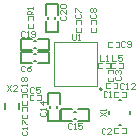
<source format=gto>
G04*
G04 #@! TF.GenerationSoftware,Altium Limited,Altium Designer,19.0.10 (269)*
G04*
G04 Layer_Color=65535*
%FSLAX24Y24*%
%MOIN*%
G70*
G01*
G75*
%ADD10C,0.0079*%
%ADD11C,0.0049*%
%ADD12C,0.0060*%
D10*
X875Y-860D02*
G03*
X875Y-860I-39J0D01*
G01*
X-2368Y-1505D02*
Y-1316D01*
X-1896Y-1505D02*
Y-1316D01*
X-669Y1476D02*
Y1555D01*
X-906Y1476D02*
Y1555D01*
X-1398Y748D02*
X-1319D01*
X-1398Y512D02*
X-1319D01*
X-49Y-1848D02*
X29D01*
X-49Y-1612D02*
X29D01*
X-845Y-1484D02*
Y-1405D01*
X-609Y-1484D02*
Y-1405D01*
X-1398Y315D02*
X-1319D01*
X-1398Y79D02*
X-1319D01*
D11*
X1671Y-1111D02*
Y-938D01*
X1285Y-1111D02*
Y-938D01*
X1409D01*
X1547D02*
X1671D01*
X1285Y-1111D02*
X1409D01*
X1547D02*
X1671D01*
X1285Y-2333D02*
Y-2159D01*
X1671Y-2333D02*
Y-2159D01*
X1547Y-2333D02*
X1671D01*
X1285D02*
X1409D01*
X1547Y-2159D02*
X1671D01*
X1285D02*
X1409D01*
X-722Y719D02*
X722D01*
X-722Y-750D02*
X722D01*
X-722D02*
Y719D01*
X722Y-750D02*
Y719D01*
X-1593Y1185D02*
Y1309D01*
Y1447D02*
Y1571D01*
X-1419Y1185D02*
Y1309D01*
Y1447D02*
Y1571D01*
X-1593D02*
X-1419D01*
X-1593Y1185D02*
X-1419D01*
X1581Y-155D02*
Y18D01*
X1195Y-155D02*
Y18D01*
X1319D01*
X1457D02*
X1581D01*
X1195Y-155D02*
X1319D01*
X1457D02*
X1581D01*
X1151Y-155D02*
Y18D01*
X765Y-155D02*
Y18D01*
X889D01*
X1027D02*
X1151D01*
X765Y-155D02*
X889D01*
X1027D02*
X1151D01*
X-1795Y-1387D02*
Y-1263D01*
Y-1125D02*
Y-1001D01*
X-1622Y-1387D02*
Y-1263D01*
Y-1125D02*
Y-1001D01*
X-1795D02*
X-1622D01*
X-1795Y-1387D02*
X-1622D01*
Y-1568D02*
Y-1444D01*
Y-1830D02*
Y-1706D01*
X-1795Y-1568D02*
Y-1444D01*
Y-1830D02*
Y-1706D01*
Y-1830D02*
X-1622D01*
X-1795Y-1444D02*
X-1622D01*
X1270Y-808D02*
X1394D01*
X1008D02*
X1132D01*
X1270Y-635D02*
X1394D01*
X1008D02*
X1132D01*
X1008Y-808D02*
Y-635D01*
X1394Y-808D02*
Y-635D01*
X1339Y552D02*
X1463D01*
X1077D02*
X1201D01*
X1339Y725D02*
X1463D01*
X1077D02*
X1201D01*
X1077Y552D02*
Y725D01*
X1463Y552D02*
Y725D01*
X687Y1309D02*
Y1433D01*
Y1047D02*
Y1171D01*
X514Y1309D02*
Y1433D01*
Y1047D02*
Y1171D01*
Y1047D02*
X687D01*
X514Y1433D02*
X687D01*
X176Y1309D02*
Y1433D01*
Y1047D02*
Y1171D01*
X3Y1309D02*
Y1433D01*
Y1047D02*
Y1171D01*
Y1047D02*
X176D01*
X3Y1433D02*
X176D01*
X-1533Y-1043D02*
X-1409D01*
X-1272D02*
X-1148D01*
X-1533Y-1217D02*
X-1409D01*
X-1272D02*
X-1148D01*
Y-1043D01*
X-1533Y-1217D02*
Y-1043D01*
X1259Y-330D02*
Y-206D01*
Y-592D02*
Y-468D01*
X1086Y-330D02*
Y-206D01*
Y-592D02*
Y-468D01*
Y-592D02*
X1259D01*
X1086Y-206D02*
X1259D01*
X1657Y705D02*
X1624Y738D01*
X1558D01*
X1526Y705D01*
Y574D01*
X1558Y541D01*
X1624D01*
X1657Y574D01*
X1722D02*
X1755Y541D01*
X1821D01*
X1854Y574D01*
Y705D01*
X1821Y738D01*
X1755D01*
X1722Y705D01*
Y673D01*
X1755Y640D01*
X1854D01*
X-1700Y1060D02*
X-1732Y1092D01*
X-1798D01*
X-1831Y1060D01*
Y928D01*
X-1798Y896D01*
X-1732D01*
X-1700Y928D01*
X-1634Y896D02*
X-1568D01*
X-1601D01*
Y1092D01*
X-1634Y1060D01*
X-1470Y928D02*
X-1437Y896D01*
X-1372D01*
X-1339Y928D01*
Y1060D01*
X-1372Y1092D01*
X-1437D01*
X-1470Y1060D01*
Y1027D01*
X-1437Y994D01*
X-1339D01*
X-1690Y-102D02*
X-1722Y-69D01*
X-1788D01*
X-1821Y-102D01*
Y-233D01*
X-1788Y-266D01*
X-1722D01*
X-1690Y-233D01*
X-1493Y-69D02*
X-1558Y-102D01*
X-1624Y-167D01*
Y-233D01*
X-1591Y-266D01*
X-1526D01*
X-1493Y-233D01*
Y-200D01*
X-1526Y-167D01*
X-1624D01*
X-1407Y1634D02*
X-1604D01*
Y1732D01*
X-1571Y1765D01*
X-1506D01*
X-1473Y1732D01*
Y1634D01*
Y1699D02*
X-1407Y1765D01*
Y1831D02*
Y1896D01*
Y1863D01*
X-1604D01*
X-1571Y1831D01*
X1621Y-671D02*
X1588Y-639D01*
X1523D01*
X1490Y-671D01*
Y-803D01*
X1523Y-835D01*
X1588D01*
X1621Y-803D01*
X1687Y-835D02*
X1752D01*
X1720D01*
Y-639D01*
X1687Y-671D01*
X1982Y-835D02*
X1851D01*
X1982Y-704D01*
Y-671D01*
X1949Y-639D01*
X1884D01*
X1851Y-671D01*
X1063Y-964D02*
X1030Y-931D01*
X965D01*
X932Y-964D01*
Y-1095D01*
X965Y-1128D01*
X1030D01*
X1063Y-1095D01*
X1129Y-1128D02*
X1194D01*
X1161D01*
Y-931D01*
X1129Y-964D01*
X997Y-2184D02*
X965Y-2151D01*
X899D01*
X866Y-2184D01*
Y-2315D01*
X899Y-2348D01*
X965D01*
X997Y-2315D01*
X1194Y-2348D02*
X1063D01*
X1194Y-2217D01*
Y-2184D01*
X1161Y-2151D01*
X1096D01*
X1063Y-2184D01*
X817Y-1763D02*
X1014Y-1632D01*
X817D02*
X1014Y-1763D01*
Y-1567D02*
Y-1501D01*
Y-1534D01*
X817D01*
X850Y-1567D01*
X1230Y277D02*
Y80D01*
X1361D01*
X1558Y277D02*
X1427D01*
Y178D01*
X1492Y211D01*
X1525D01*
X1558Y178D01*
Y113D01*
X1525Y80D01*
X1460D01*
X1427Y113D01*
X1356Y-429D02*
X1323Y-462D01*
Y-527D01*
X1356Y-560D01*
X1487D01*
X1520Y-527D01*
Y-462D01*
X1487Y-429D01*
X1356Y-363D02*
X1323Y-330D01*
Y-265D01*
X1356Y-232D01*
X1389D01*
X1422Y-265D01*
Y-298D01*
Y-265D01*
X1454Y-232D01*
X1487D01*
X1520Y-265D01*
Y-330D01*
X1487Y-363D01*
X830Y277D02*
Y80D01*
X961D01*
X1027D02*
X1092D01*
X1060D01*
Y277D01*
X1027Y244D01*
X-489Y1578D02*
X-522Y1545D01*
Y1480D01*
X-489Y1447D01*
X-358D01*
X-325Y1480D01*
Y1545D01*
X-358Y1578D01*
X-325Y1775D02*
Y1644D01*
X-456Y1775D01*
X-489D01*
X-522Y1742D01*
Y1676D01*
X-489Y1644D01*
Y1840D02*
X-522Y1873D01*
Y1939D01*
X-489Y1972D01*
X-358D01*
X-325Y1939D01*
Y1873D01*
X-358Y1840D01*
X-489D01*
X-1774Y-809D02*
X-1807Y-842D01*
Y-907D01*
X-1774Y-940D01*
X-1643D01*
X-1610Y-907D01*
Y-842D01*
X-1643Y-809D01*
X-1610Y-743D02*
Y-678D01*
Y-710D01*
X-1807D01*
X-1774Y-743D01*
Y-579D02*
X-1807Y-546D01*
Y-481D01*
X-1774Y-448D01*
X-1741D01*
X-1708Y-481D01*
X-1676Y-448D01*
X-1643D01*
X-1610Y-481D01*
Y-546D01*
X-1643Y-579D01*
X-1676D01*
X-1708Y-546D01*
X-1741Y-579D01*
X-1774D01*
X-1708Y-546D02*
Y-481D01*
X-1768Y-2251D02*
X-1801Y-2283D01*
Y-2349D01*
X-1768Y-2382D01*
X-1637D01*
X-1604Y-2349D01*
Y-2283D01*
X-1637Y-2251D01*
X-1604Y-2185D02*
Y-2120D01*
Y-2152D01*
X-1801D01*
X-1768Y-2185D01*
X-1801Y-2021D02*
Y-1890D01*
X-1768D01*
X-1637Y-2021D01*
X-1604D01*
X-1389Y-818D02*
X-1422Y-785D01*
X-1487D01*
X-1520Y-818D01*
Y-949D01*
X-1487Y-982D01*
X-1422D01*
X-1389Y-949D01*
X-1192Y-785D02*
X-1323D01*
Y-884D01*
X-1258Y-851D01*
X-1225D01*
X-1192Y-884D01*
Y-949D01*
X-1225Y-982D01*
X-1290D01*
X-1323Y-949D01*
X525Y1647D02*
X492Y1614D01*
Y1548D01*
X525Y1516D01*
X656D01*
X689Y1548D01*
Y1614D01*
X656Y1647D01*
X525Y1712D02*
X492Y1745D01*
Y1811D01*
X525Y1844D01*
X558D01*
X591Y1811D01*
X623Y1844D01*
X656D01*
X689Y1811D01*
Y1745D01*
X656Y1712D01*
X623D01*
X591Y1745D01*
X558Y1712D01*
X525D01*
X591Y1745D02*
Y1811D01*
X16Y1651D02*
X-17Y1618D01*
Y1553D01*
X16Y1520D01*
X147D01*
X180Y1553D01*
Y1618D01*
X147Y1651D01*
X-17Y1717D02*
Y1848D01*
X16D01*
X147Y1717D01*
X180D01*
X-128Y984D02*
Y820D01*
X-95Y787D01*
X-30D01*
X3Y820D01*
Y984D01*
X69Y787D02*
X134D01*
X102D01*
Y984D01*
X69Y951D01*
X-2280Y-733D02*
X-2149Y-930D01*
Y-733D02*
X-2280Y-930D01*
X-1952D02*
X-2083D01*
X-1952Y-799D01*
Y-766D01*
X-1985Y-733D01*
X-2050D01*
X-2083Y-766D01*
X-131Y-2031D02*
X-164Y-1998D01*
X-230D01*
X-263Y-2031D01*
Y-2162D01*
X-230Y-2195D01*
X-164D01*
X-131Y-2162D01*
X-66Y-2195D02*
X-0D01*
X-33D01*
Y-1998D01*
X-66Y-2031D01*
X229Y-1998D02*
X98D01*
Y-2096D01*
X164Y-2064D01*
X197D01*
X229Y-2096D01*
Y-2162D01*
X197Y-2195D01*
X131D01*
X98Y-2162D01*
X-1158Y-1611D02*
X-1191Y-1644D01*
Y-1709D01*
X-1158Y-1742D01*
X-1027D01*
X-994Y-1709D01*
Y-1644D01*
X-1027Y-1611D01*
X-994Y-1545D02*
Y-1480D01*
Y-1513D01*
X-1191D01*
X-1158Y-1545D01*
X-994Y-1283D02*
X-1191D01*
X-1092Y-1381D01*
Y-1250D01*
D12*
X1131Y-1698D02*
Y-1572D01*
X1454Y-2061D02*
X1502D01*
X1824Y-1698D02*
Y-1572D01*
X1454Y-1210D02*
X1502D01*
X-591Y1614D02*
Y1978D01*
Y1053D02*
Y1417D01*
X-984Y1614D02*
Y1978D01*
Y1053D02*
Y1417D01*
Y1053D02*
X-591D01*
X-984Y1978D02*
X-591D01*
X-1821Y827D02*
X-1457D01*
X-1260D02*
X-896D01*
X-1821Y433D02*
X-1457D01*
X-1260D02*
X-896D01*
Y827D01*
X-1821Y433D02*
Y827D01*
X88Y-1927D02*
X453D01*
X-473D02*
X-108D01*
X88Y-1533D02*
X453D01*
X-473D02*
X-108D01*
X-473Y-1927D02*
Y-1533D01*
X453Y-1927D02*
Y-1533D01*
X-924Y-1907D02*
Y-1543D01*
Y-1346D02*
Y-982D01*
X-530Y-1907D02*
Y-1543D01*
Y-1346D02*
Y-982D01*
X-924D02*
X-530D01*
X-924Y-1907D02*
X-530D01*
X-1821Y394D02*
X-1457D01*
X-1260D02*
X-896D01*
X-1821Y0D02*
X-1457D01*
X-1260D02*
X-896D01*
Y394D01*
X-1821Y0D02*
Y394D01*
M02*

</source>
